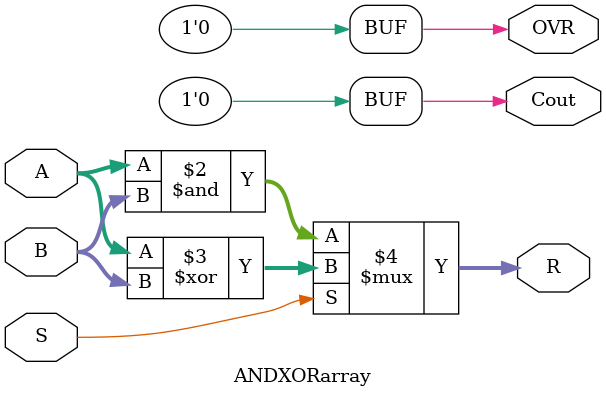
<source format=v>
module ANDXORarray (
	input [3:0] A, B,
	input S,
	output [3:0] R,
	output OVR, Cout
);
	assign R = S==0 ? A&B : A^B;
	assign OVR = 1'b0;
	assign Cout = 1'b0;
endmodule 
</source>
